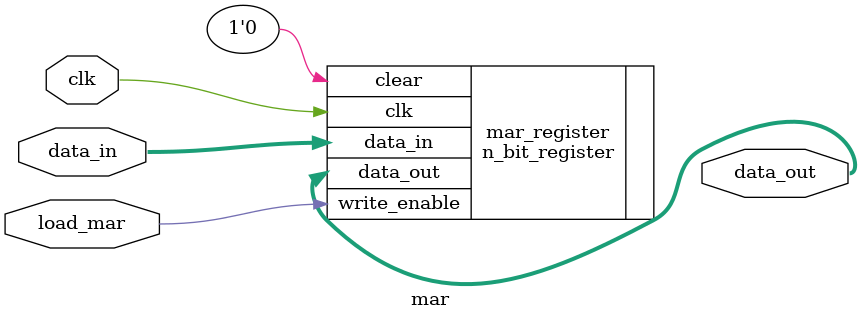
<source format=v>
module mar #(parameter N = 4) (
    input wire load_mar,
    input wire clk,
    input wire [N-1:0] data_in,
    output wire [N-1:0] data_out
);

n_bit_register #(N) mar_register (
    .write_enable(load_mar),
    .clk(clk),
    .data_in(data_in),
    .data_out(data_out),
    .clear(1'b0)
);

endmodule
</source>
